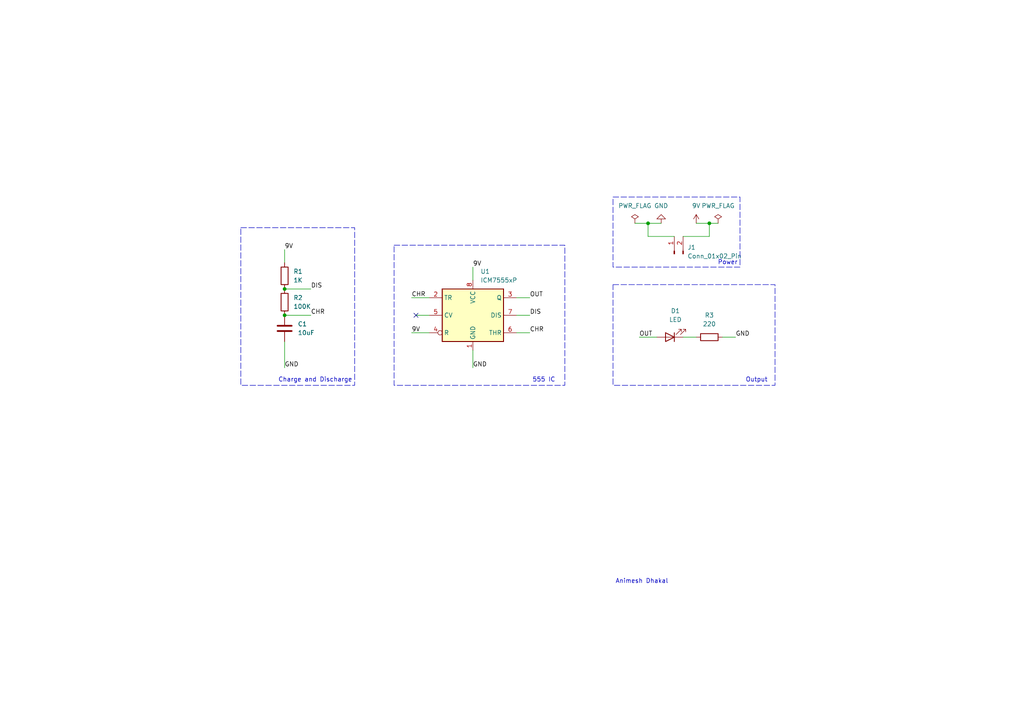
<source format=kicad_sch>
(kicad_sch (version 20231120) (generator "eeschema") (generator_version "8.0")
  (paper "A4")
  (title_block (title "Blinking LED using 555 IC"))
  (lib_symbols
    (symbol "Connector:Conn_01x02_Pin" (pin_names (offset 1.016) hide)
      (property "Reference" "J" (at 0 2.54 0))
      (property "Value" "Conn_01x02_Pin" (at 0 -5.08 0))
      (symbol "Conn_01x02_Pin_1_1"
        (polyline (pts (xy 1.27 -2.54) (xy 0.8636 -2.54)) (stroke (width 0.1524)))
        (polyline (pts (xy 1.27 0) (xy 0.8636 0)) (stroke (width 0.1524)))
        (rectangle (start 0.8636 -2.413) (end 0 -2.667) (stroke (width 0.1524)) (fill (type outline)))
        (rectangle (start 0.8636 0.127) (end 0 -0.127) (stroke (width 0.1524)) (fill (type outline)))
        (pin passive line (at 5.08 0 180) (length 3.81) (name "Pin_1") (number "1"))
        (pin passive line (at 5.08 -2.54 180) (length 3.81) (name "Pin_2") (number "2"))
      )
    )
    (symbol "Device:C" (pin_numbers hide) (pin_names (offset 0.254))
      (property "Reference" "C" (at 0.635 2.54 0))
      (property "Value" "C" (at 0.635 -2.54 0))
      (symbol "C_0_1"
        (polyline (pts (xy -2.032 -0.762) (xy 2.032 -0.762)) (stroke (width 0.508)))
        (polyline (pts (xy -2.032 0.762) (xy 2.032 0.762)) (stroke (width 0.508)))
      )
      (symbol "C_1_1"
        (pin passive line (at 0 3.81 270) (length 2.794) (name "~") (number "1"))
        (pin passive line (at 0 -3.81 90) (length 2.794) (name "~") (number "2"))
      )
    )
    (symbol "Device:LED" (pin_numbers hide) (pin_names (offset 1.016) hide)
      (property "Reference" "D" (at 0 2.54 0))
      (property "Value" "LED" (at 0 -2.54 0))
      (symbol "LED_0_1"
        (polyline (pts (xy -1.27 -1.27) (xy -1.27 1.27)) (stroke (width 0.254)))
        (polyline (pts (xy -1.27 0) (xy 1.27 0)))
        (polyline (pts (xy 1.27 -1.27) (xy 1.27 1.27) (xy -1.27 0) (xy 1.27 -1.27)) (stroke (width 0.254)))
        (polyline (pts (xy -3.048 -0.762) (xy -4.572 -2.286) (xy -3.81 -2.286) (xy -4.572 -2.286) (xy -4.572 -1.524)))
        (polyline (pts (xy -1.778 -0.762) (xy -3.302 -2.286) (xy -2.54 -2.286) (xy -3.302 -2.286) (xy -3.302 -1.524)))
      )
      (symbol "LED_1_1"
        (pin passive line (at -3.81 0 0) (length 2.54) (name "K") (number "1"))
        (pin passive line (at 3.81 0 180) (length 2.54) (name "A") (number "2"))
      )
    )
    (symbol "Device:R" (pin_numbers hide) (pin_names (offset 0))
      (property "Reference" "R" (at 2.032 0 90))
      (property "Value" "R" (at 0 0 90))
      (symbol "R_0_1"
        (rectangle (start -1.016 -2.54) (end 1.016 2.54) (stroke (width 0.254)))
      )
      (symbol "R_1_1"
        (pin passive line (at 0 3.81 270) (length 1.27) (name "~") (number "1"))
        (pin passive line (at 0 -3.81 90) (length 1.27) (name "~") (number "2"))
      )
    )
    (symbol "Timer:ICM7555xP"
      (property "Reference" "U" (at -10.16 8.89 0))
      (property "Value" "ICM7555xP" (at 2.54 8.89 0))
      (symbol "ICM7555xP_0_0"
        (pin power_in line (at 0 -10.16 90) (length 2.54) (name "GND") (number "1"))
        (pin power_in line (at 0 10.16 270) (length 2.54) (name "VCC") (number "8"))
      )
      (symbol "ICM7555xP_0_1"
        (rectangle (start -8.89 -7.62) (end 8.89 7.62) (stroke (width 0.254)) (fill (type background)))
        (rectangle (start -8.89 -7.62) (end 8.89 7.62) (stroke (width 0.254)) (fill (type background)))
      )
      (symbol "ICM7555xP_1_1"
        (pin input line (at -12.7 5.08 0) (length 3.81) (name "TR") (number "2"))
        (pin output line (at 12.7 5.08 180) (length 3.81) (name "Q") (number "3"))
        (pin input inverted (at -12.7 -5.08 0) (length 3.81) (name "R") (number "4"))
        (pin input line (at -12.7 0 0) (length 3.81) (name "CV") (number "5"))
        (pin input line (at 12.7 -5.08 180) (length 3.81) (name "THR") (number "6"))
        (pin input line (at 12.7 0 180) (length 3.81) (name "DIS") (number "7"))
      )
    )
    (symbol "power:GND" (power) (pin_numbers hide) (pin_names (offset 0) hide)
      (property "Value" "GND" (at 0 -3.81 0))
      (symbol "GND_0_1"
        (polyline (pts (xy 0 0) (xy 0 -1.27) (xy 1.27 -1.27) (xy 0 -2.54) (xy -1.27 -1.27) (xy 0 -1.27)))
      )
      (symbol "GND_1_1"
        (pin power_in line (at 0 0 270) (length 0) (name "~") (number "1"))
      )
    )
    (symbol "power:PWR_FLAG" (power) (pin_numbers hide) (pin_names (offset 0) hide)
      (property "Value" "PWR_FLAG" (at 0 3.81 0))
      (symbol "PWR_FLAG_0_0"
        (pin power_out line (at 0 0 90) (length 0) (name "~") (number "1"))
      )
      (symbol "PWR_FLAG_0_1"
        (polyline (pts (xy 0 0) (xy 0 1.27) (xy -1.016 1.905) (xy 0 2.54) (xy 1.016 1.905) (xy 0 1.27)))
      )
    )
    (symbol "power:VCC" (power) (pin_numbers hide) (pin_names (offset 0) hide)
      (property "Value" "VCC" (at 0 3.556 0))
      (symbol "VCC_0_1"
        (polyline (pts (xy -0.762 1.27) (xy 0 2.54)))
        (polyline (pts (xy 0 0) (xy 0 2.54)))
        (polyline (pts (xy 0 2.54) (xy 0.762 1.27)))
      )
      (symbol "VCC_1_1"
        (pin power_in line (at 0 0 90) (length 0) (name "~") (number "1"))
      )
    )
  )
  (junction (at 82.55 91.44))
  (junction (at 187.96 64.77))
  (junction (at 82.55 83.82))
  (junction (at 205.74 64.77))
  (no_connect (at 120.65 91.44))
  (wire (pts (xy 82.55 99.06) (xy 82.55 106.68)))
  (wire (pts (xy 153.67 96.52) (xy 149.86 96.52)))
  (wire (pts (xy 90.17 83.82) (xy 82.55 83.82)))
  (wire (pts (xy 187.96 64.77) (xy 191.77 64.77)))
  (wire (pts (xy 82.55 91.44) (xy 90.17 91.44)))
  (wire (pts (xy 120.65 91.44) (xy 124.46 91.44)))
  (wire (pts (xy 201.93 64.77) (xy 205.74 64.77)))
  (wire (pts (xy 184.15 64.77) (xy 187.96 64.77)))
  (wire (pts (xy 187.96 64.77) (xy 187.96 68.58)))
  (wire (pts (xy 149.86 86.36) (xy 153.67 86.36)))
  (wire (pts (xy 137.16 77.47) (xy 137.16 81.28)))
  (wire (pts (xy 209.55 97.79) (xy 213.36 97.79)))
  (wire (pts (xy 149.86 91.44) (xy 153.67 91.44)))
  (wire (pts (xy 82.55 72.39) (xy 82.55 76.2)))
  (wire (pts (xy 119.38 96.52) (xy 124.46 96.52)))
  (wire (pts (xy 187.96 68.58) (xy 195.58 68.58)))
  (wire (pts (xy 198.12 97.79) (xy 201.93 97.79)))
  (wire (pts (xy 198.12 68.58) (xy 205.74 68.58)))
  (wire (pts (xy 205.74 64.77) (xy 208.28 64.77)))
  (wire (pts (xy 205.74 68.58) (xy 205.74 64.77)))
  (wire (pts (xy 185.42 97.79) (xy 190.5 97.79)))
  (wire (pts (xy 119.38 86.36) (xy 124.46 86.36)))
  (wire (pts (xy 137.16 101.6) (xy 137.16 106.68)))
  (rectangle (start 114.3 71.12) (end 163.83 111.76) (stroke (width 0) (type dash)))
  (rectangle (start 69.85 66.04) (end 102.87 111.76) (stroke (width 0) (type dash)))
  (rectangle (start 177.8 57.15) (end 214.63 77.47) (stroke (width 0) (type dash)))
  (rectangle (start 177.8 82.55) (end 224.79 111.76) (stroke (width 0) (type dash)))
  (text "Power" (at 211.074 76.2 0) (effects (font (size 1.27 1.27))))
  (text "555 IC" (at 157.734 110.236 0) (effects (font (size 1.27 1.27))))
  (text "Animesh Dhakal" (at 186.182 168.656 0) (effects (font (size 1.27 1.27))))
  (text "Output\n" (at 219.456 110.236 0) (effects (font (size 1.27 1.27))))
  (text "Charge and Discharge" (at 91.44 110.236 0) (effects (font (size 1.27 1.27))))
  (label "9V" (at 119.38 96.52 0))
  (label "9V" (at 137.16 77.47 0))
  (label "CHR" (at 153.67 96.52 0))
  (label "GND" (at 213.36 97.79 0))
  (label "CHR" (at 90.17 91.44 0))
  (label "DIS" (at 153.67 91.44 0))
  (label "CHR" (at 119.38 86.36 0))
  (label "9V" (at 82.55 72.39 0))
  (label "OUT" (at 153.67 86.36 0))
  (label "DIS" (at 90.17 83.82 0))
  (label "GND" (at 82.55 106.68 0))
  (label "GND" (at 137.16 106.68 0))
  (label "OUT" (at 185.42 97.79 0))
  (symbol (lib_id "Device:LED") (at 194.31 97.79 180) (unit 1)
    (property "Reference" "D1" (at 195.8975 90.17 0))
    (property "Value" "LED" (at 195.8975 92.71 0))
    (property "Footprint" "LED_THT:LED_D3.0mm" (effects (hide yes)))
    (property "Description" "Light emitting diode" (effects (hide yes)))
  )
  (symbol (lib_id "power:PWR_FLAG") (at 184.15 64.77 0) (unit 1)
    (property "Reference" "#FLG01" (effects (hide yes)))
    (property "Value" "PWR_FLAG" (at 184.15 59.69 0))
    (property "Description" "Special symbol for telling ERC where power comes from" (effects (hide yes)))
  )
  (symbol (lib_id "Device:C") (at 82.55 95.25 0) (unit 1)
    (property "Reference" "C1" (at 86.36 93.9799 0) (effects (justify left)))
    (property "Value" "10uF" (at 86.36 96.5199 0) (effects (justify left)))
    (property "Footprint" "Capacitor_THT:C_Radial_D5.0mm_H7.0mm_P2.00mm" (effects (hide yes)))
    (property "Description" "Unpolarized capacitor" (effects (hide yes)))
  )
  (symbol (lib_id "power:GND") (at 191.77 64.77 180) (unit 1)
    (property "Reference" "#PWR01" (effects (hide yes)))
    (property "Value" "GND" (at 191.77 59.69 0))
    (property "Description" "Power symbol creates a global label with name \"GND\" , ground" (effects (hide yes)))
  )
  (symbol (lib_id "Device:R") (at 205.74 97.79 90) (unit 1)
    (property "Reference" "R3" (at 205.74 91.44 90))
    (property "Value" "220" (at 205.74 93.98 90))
    (property "Footprint" "MY_LIB:Resistor_small" (effects (hide yes)))
    (property "Description" "Resistor" (effects (hide yes)))
  )
  (symbol (lib_id "power:VCC") (at 201.93 64.77 0) (unit 1)
    (property "Reference" "#PWR02" (effects (hide yes)))
    (property "Value" "9V" (at 201.93 59.69 0))
    (property "Description" "Power symbol creates a global label with name \"VCC\"" (effects (hide yes)))
  )
  (symbol (lib_id "Device:R") (at 82.55 87.63 0) (unit 1)
    (property "Reference" "R2" (at 85.09 86.3599 0) (effects (justify left)))
    (property "Value" "100K" (at 85.09 88.8999 0) (effects (justify left)))
    (property "Footprint" "MY_LIB:Resistor_small" (effects (hide yes)))
    (property "Description" "Resistor" (effects (hide yes)))
  )
  (symbol (lib_id "Timer:ICM7555xP") (at 137.16 91.44 0) (unit 1)
    (property "Reference" "U1" (at 139.3541 78.74 0) (effects (justify left)))
    (property "Value" "ICM7555xP" (at 139.3541 81.28 0) (effects (justify left)))
    (property "Footprint" "Package_DIP:DIP-8_W7.62mm" (effects (hide yes)))
    (property "Datasheet" "http://www.intersil.com/content/dam/Intersil/documents/icm7/icm7555-56.pdf" (effects (hide yes)))
    (property "Description" "CMOS General Purpose Timer, 555 compatible, PDIP-8" (effects (hide yes)))
  )
  (symbol (lib_id "power:PWR_FLAG") (at 208.28 64.77 0) (unit 1)
    (property "Reference" "#FLG02" (effects (hide yes)))
    (property "Value" "PWR_FLAG" (at 208.28 59.69 0))
    (property "Description" "Special symbol for telling ERC where power comes from" (effects (hide yes)))
  )
  (symbol (lib_id "Device:R") (at 82.55 80.01 0) (unit 1)
    (property "Reference" "R1" (at 85.09 78.7399 0) (effects (justify left)))
    (property "Value" "1K" (at 85.09 81.2799 0) (effects (justify left)))
    (property "Footprint" "MY_LIB:Resistor_small" (effects (hide yes)))
    (property "Description" "Resistor" (effects (hide yes)))
  )
  (symbol (lib_id "Connector:Conn_01x02_Pin") (at 195.58 73.66 90) (unit 1)
    (property "Reference" "J1" (at 199.39 71.7549 90) (effects (justify right)))
    (property "Value" "Conn_01x02_Pin" (at 199.39 74.2949 90) (effects (justify right)))
    (property "Footprint" "Connector_PinHeader_2.54mm:PinHeader_1x02_P2.54mm_Vertical" (effects (hide yes)))
    (property "Description" "Generic connector, single row, 01x02, script generated" (effects (hide yes)))
  )
)
</source>
